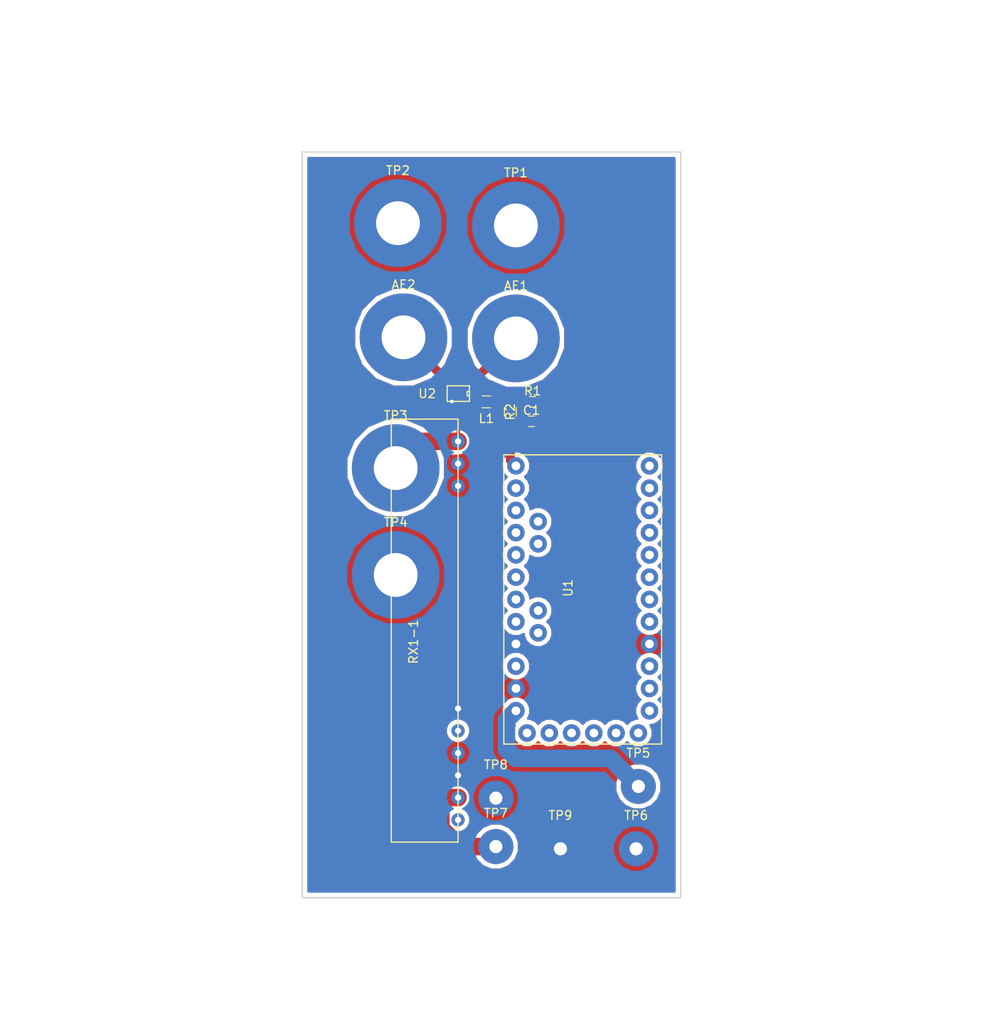
<source format=kicad_pcb>
(kicad_pcb (version 4) (host pcbnew 4.0.7)

  (general
    (links 27)
    (no_connects 3)
    (area 79.8195 42.3545 193.929001 159.194501)
    (thickness 1.6)
    (drawings 7)
    (tracks 41)
    (zones 0)
    (modules 18)
    (nets 42)
  )

  (page A)
  (layers
    (0 F.Cu signal)
    (31 B.Cu signal)
    (32 B.Adhes user)
    (33 F.Adhes user)
    (34 B.Paste user)
    (35 F.Paste user)
    (36 B.SilkS user)
    (37 F.SilkS user)
    (38 B.Mask user)
    (39 F.Mask user)
    (40 Dwgs.User user)
    (41 Cmts.User user)
    (42 Eco1.User user)
    (43 Eco2.User user)
    (44 Edge.Cuts user)
    (45 Margin user)
    (46 B.CrtYd user)
    (47 F.CrtYd user)
    (48 B.Fab user)
    (49 F.Fab user)
  )

  (setup
    (last_trace_width 0.25)
    (trace_clearance 0.2)
    (zone_clearance 0.508)
    (zone_45_only no)
    (trace_min 0.2)
    (segment_width 0.2)
    (edge_width 0.15)
    (via_size 0.6)
    (via_drill 0.4)
    (via_min_size 0.4)
    (via_min_drill 0.3)
    (uvia_size 0.3)
    (uvia_drill 0.1)
    (uvias_allowed no)
    (uvia_min_size 0.2)
    (uvia_min_drill 0.1)
    (pcb_text_width 0.3)
    (pcb_text_size 1.5 1.5)
    (mod_edge_width 0.15)
    (mod_text_size 1 1)
    (mod_text_width 0.15)
    (pad_size 1.524 1.524)
    (pad_drill 0.762)
    (pad_to_mask_clearance 0.2)
    (aux_axis_origin 0 0)
    (visible_elements 7FFFFFFF)
    (pcbplotparams
      (layerselection 0x01000_80000001)
      (usegerberextensions false)
      (excludeedgelayer true)
      (linewidth 0.100000)
      (plotframeref false)
      (viasonmask false)
      (mode 1)
      (useauxorigin false)
      (hpglpennumber 1)
      (hpglpenspeed 20)
      (hpglpendiameter 15)
      (hpglpenoverlay 2)
      (psnegative false)
      (psa4output false)
      (plotreference true)
      (plotvalue true)
      (plotinvisibletext false)
      (padsonsilk false)
      (subtractmaskfromsilk false)
      (outputformat 1)
      (mirror false)
      (drillshape 0)
      (scaleselection 1)
      (outputdirectory ../Plots/))
  )

  (net 0 "")
  (net 1 /RF_Right)
  (net 2 /RF_Left)
  (net 3 /Control/RF_CLK)
  (net 4 GND)
  (net 5 "Net-(L1-Pad1)")
  (net 6 "Net-(L1-Pad2)")
  (net 7 /RF_Switched)
  (net 8 +3V3)
  (net 9 "Net-(RX1-1-Pad5)")
  (net 10 "Net-(RX1-1-Pad8)")
  (net 11 "Net-(RX1-1-Pad9)")
  (net 12 "Net-(TP5-Pad1)")
  (net 13 "Net-(U1-Pad1)")
  (net 14 "Net-(U1-Pad2)")
  (net 15 "Net-(U1-Pad3)")
  (net 16 "Net-(U1-Pad5)")
  (net 17 "Net-(U1-Pad6)")
  (net 18 "Net-(U1-Pad7)")
  (net 19 "Net-(U1-Pad8)")
  (net 20 "Net-(U1-Pad9)")
  (net 21 "Net-(U1-Pad10)")
  (net 22 "Net-(U1-Pad11)")
  (net 23 "Net-(U1-Pad12)")
  (net 24 "Net-(U1-Pad14)")
  (net 25 "Net-(U1-Pad15)")
  (net 26 "Net-(U1-Pad16)")
  (net 27 "Net-(U1-Pad17)")
  (net 28 "Net-(U1-Pad18)")
  (net 29 "Net-(U1-Pad19)")
  (net 30 "Net-(U1-Pad20)")
  (net 31 "Net-(U1-Pad22)")
  (net 32 "Net-(U1-Pad25)")
  (net 33 "Net-(U1-Pad26)")
  (net 34 "Net-(U1-Pad27)")
  (net 35 "Net-(U1-Pad28)")
  (net 36 "Net-(U1-Pad29)")
  (net 37 "Net-(U1-Pad30)")
  (net 38 "Net-(U1-Pad31)")
  (net 39 "Net-(U1-Pad32)")
  (net 40 "Net-(U1-Pad33)")
  (net 41 "Net-(U1-Pad34)")

  (net_class Default "This is the default net class."
    (clearance 0.2)
    (trace_width 0.25)
    (via_dia 0.6)
    (via_drill 0.4)
    (uvia_dia 0.3)
    (uvia_drill 0.1)
    (add_net +3V3)
    (add_net /Control/RF_CLK)
    (add_net /RF_Left)
    (add_net /RF_Right)
    (add_net /RF_Switched)
    (add_net GND)
    (add_net "Net-(L1-Pad1)")
    (add_net "Net-(L1-Pad2)")
    (add_net "Net-(RX1-1-Pad5)")
    (add_net "Net-(RX1-1-Pad8)")
    (add_net "Net-(RX1-1-Pad9)")
    (add_net "Net-(TP5-Pad1)")
    (add_net "Net-(U1-Pad1)")
    (add_net "Net-(U1-Pad10)")
    (add_net "Net-(U1-Pad11)")
    (add_net "Net-(U1-Pad12)")
    (add_net "Net-(U1-Pad14)")
    (add_net "Net-(U1-Pad15)")
    (add_net "Net-(U1-Pad16)")
    (add_net "Net-(U1-Pad17)")
    (add_net "Net-(U1-Pad18)")
    (add_net "Net-(U1-Pad19)")
    (add_net "Net-(U1-Pad2)")
    (add_net "Net-(U1-Pad20)")
    (add_net "Net-(U1-Pad22)")
    (add_net "Net-(U1-Pad25)")
    (add_net "Net-(U1-Pad26)")
    (add_net "Net-(U1-Pad27)")
    (add_net "Net-(U1-Pad28)")
    (add_net "Net-(U1-Pad29)")
    (add_net "Net-(U1-Pad3)")
    (add_net "Net-(U1-Pad30)")
    (add_net "Net-(U1-Pad31)")
    (add_net "Net-(U1-Pad32)")
    (add_net "Net-(U1-Pad33)")
    (add_net "Net-(U1-Pad34)")
    (add_net "Net-(U1-Pad5)")
    (add_net "Net-(U1-Pad6)")
    (add_net "Net-(U1-Pad7)")
    (add_net "Net-(U1-Pad8)")
    (add_net "Net-(U1-Pad9)")
  )

  (module Mounting_Holes:MountingHole_5mm_Pad (layer F.Cu) (tedit 56D1B4CB) (tstamp 5B119438)
    (at 138.684 80.9625)
    (descr "Mounting Hole 5mm")
    (tags "mounting hole 5mm")
    (path /5B116DE7)
    (attr virtual)
    (fp_text reference AE1 (at 0 -6) (layer F.SilkS)
      (effects (font (size 1 1) (thickness 0.15)))
    )
    (fp_text value Antenna_Right (at 0 6) (layer F.Fab)
      (effects (font (size 1 1) (thickness 0.15)))
    )
    (fp_text user %R (at 0.3 0) (layer F.Fab)
      (effects (font (size 1 1) (thickness 0.15)))
    )
    (fp_circle (center 0 0) (end 5 0) (layer Cmts.User) (width 0.15))
    (fp_circle (center 0 0) (end 5.25 0) (layer F.CrtYd) (width 0.05))
    (pad 1 thru_hole circle (at 0 0) (size 10 10) (drill 5) (layers *.Cu *.Mask)
      (net 1 /RF_Right))
  )

  (module Mounting_Holes:MountingHole_5mm_Pad (layer F.Cu) (tedit 56D1B4CB) (tstamp 5B11943D)
    (at 125.857 80.8355)
    (descr "Mounting Hole 5mm")
    (tags "mounting hole 5mm")
    (path /5B116E1C)
    (attr virtual)
    (fp_text reference AE2 (at 0 -6) (layer F.SilkS)
      (effects (font (size 1 1) (thickness 0.15)))
    )
    (fp_text value Antenna_Left (at 0 6) (layer F.Fab)
      (effects (font (size 1 1) (thickness 0.15)))
    )
    (fp_text user %R (at 0.3 0) (layer F.Fab)
      (effects (font (size 1 1) (thickness 0.15)))
    )
    (fp_circle (center 0 0) (end 5 0) (layer Cmts.User) (width 0.15))
    (fp_circle (center 0 0) (end 5.25 0) (layer F.CrtYd) (width 0.05))
    (pad 1 thru_hole circle (at 0 0) (size 10 10) (drill 5) (layers *.Cu *.Mask)
      (net 2 /RF_Left))
  )

  (module Capacitors_SMD:C_0603_HandSoldering (layer F.Cu) (tedit 58AA848B) (tstamp 5B119443)
    (at 140.462 90.424)
    (descr "Capacitor SMD 0603, hand soldering")
    (tags "capacitor 0603")
    (path /5B116A04/5B118A86)
    (attr smd)
    (fp_text reference C1 (at 0 -1.25) (layer F.SilkS)
      (effects (font (size 1 1) (thickness 0.15)))
    )
    (fp_text value 1nF (at 0 1.5) (layer F.Fab)
      (effects (font (size 1 1) (thickness 0.15)))
    )
    (fp_text user %R (at 0 -1.25) (layer F.Fab)
      (effects (font (size 1 1) (thickness 0.15)))
    )
    (fp_line (start -0.8 0.4) (end -0.8 -0.4) (layer F.Fab) (width 0.1))
    (fp_line (start 0.8 0.4) (end -0.8 0.4) (layer F.Fab) (width 0.1))
    (fp_line (start 0.8 -0.4) (end 0.8 0.4) (layer F.Fab) (width 0.1))
    (fp_line (start -0.8 -0.4) (end 0.8 -0.4) (layer F.Fab) (width 0.1))
    (fp_line (start -0.35 -0.6) (end 0.35 -0.6) (layer F.SilkS) (width 0.12))
    (fp_line (start 0.35 0.6) (end -0.35 0.6) (layer F.SilkS) (width 0.12))
    (fp_line (start -1.8 -0.65) (end 1.8 -0.65) (layer F.CrtYd) (width 0.05))
    (fp_line (start -1.8 -0.65) (end -1.8 0.65) (layer F.CrtYd) (width 0.05))
    (fp_line (start 1.8 0.65) (end 1.8 -0.65) (layer F.CrtYd) (width 0.05))
    (fp_line (start 1.8 0.65) (end -1.8 0.65) (layer F.CrtYd) (width 0.05))
    (pad 1 smd rect (at -0.95 0) (size 1.2 0.75) (layers F.Cu F.Paste F.Mask)
      (net 3 /Control/RF_CLK))
    (pad 2 smd rect (at 0.95 0) (size 1.2 0.75) (layers F.Cu F.Paste F.Mask)
      (net 4 GND))
    (model Capacitors_SMD.3dshapes/C_0603.wrl
      (at (xyz 0 0 0))
      (scale (xyz 1 1 1))
      (rotate (xyz 0 0 0))
    )
  )

  (module Inductors_SMD:L_0603_HandSoldering (layer F.Cu) (tedit 58307AEF) (tstamp 5B119449)
    (at 135.3185 88.2015 180)
    (descr "Resistor SMD 0603, hand soldering")
    (tags "resistor 0603")
    (path /5B116A04/5B118983)
    (attr smd)
    (fp_text reference L1 (at 0 -1.9 180) (layer F.SilkS)
      (effects (font (size 1 1) (thickness 0.15)))
    )
    (fp_text value 1.2uH (at 0 1.9 180) (layer F.Fab)
      (effects (font (size 1 1) (thickness 0.15)))
    )
    (fp_text user %R (at 0.17 0 180) (layer F.Fab)
      (effects (font (size 0.4 0.4) (thickness 0.075)))
    )
    (fp_line (start -0.8 0.4) (end -0.8 -0.4) (layer F.Fab) (width 0.1))
    (fp_line (start 0.8 0.4) (end -0.8 0.4) (layer F.Fab) (width 0.1))
    (fp_line (start 0.8 -0.4) (end 0.8 0.4) (layer F.Fab) (width 0.1))
    (fp_line (start -0.8 -0.4) (end 0.8 -0.4) (layer F.Fab) (width 0.1))
    (fp_line (start -2 -0.8) (end 2 -0.8) (layer F.CrtYd) (width 0.05))
    (fp_line (start -2 0.8) (end 2 0.8) (layer F.CrtYd) (width 0.05))
    (fp_line (start -2 -0.8) (end -2 0.8) (layer F.CrtYd) (width 0.05))
    (fp_line (start 2 -0.8) (end 2 0.8) (layer F.CrtYd) (width 0.05))
    (fp_line (start 0.5 0.68) (end -0.5 0.68) (layer F.SilkS) (width 0.12))
    (fp_line (start -0.5 -0.68) (end 0.5 -0.68) (layer F.SilkS) (width 0.12))
    (pad 1 smd rect (at -1.1 0 180) (size 1.2 0.9) (layers F.Cu F.Paste F.Mask)
      (net 5 "Net-(L1-Pad1)"))
    (pad 2 smd rect (at 1.1 0 180) (size 1.2 0.9) (layers F.Cu F.Paste F.Mask)
      (net 6 "Net-(L1-Pad2)"))
    (model ${KISYS3DMOD}/Inductors_SMD.3dshapes/L_0603.wrl
      (at (xyz 0 0 0))
      (scale (xyz 1 1 1))
      (rotate (xyz 0 0 0))
    )
  )

  (module Capacitors_SMD:C_0603_HandSoldering (layer F.Cu) (tedit 58AA848B) (tstamp 5B11944F)
    (at 140.589 88.2015)
    (descr "Capacitor SMD 0603, hand soldering")
    (tags "capacitor 0603")
    (path /5B116A04/5B118A00)
    (attr smd)
    (fp_text reference R1 (at 0 -1.25) (layer F.SilkS)
      (effects (font (size 1 1) (thickness 0.15)))
    )
    (fp_text value 22k (at 0 1.5) (layer F.Fab)
      (effects (font (size 1 1) (thickness 0.15)))
    )
    (fp_text user %R (at 0 -1.25) (layer F.Fab)
      (effects (font (size 1 1) (thickness 0.15)))
    )
    (fp_line (start -0.8 0.4) (end -0.8 -0.4) (layer F.Fab) (width 0.1))
    (fp_line (start 0.8 0.4) (end -0.8 0.4) (layer F.Fab) (width 0.1))
    (fp_line (start 0.8 -0.4) (end 0.8 0.4) (layer F.Fab) (width 0.1))
    (fp_line (start -0.8 -0.4) (end 0.8 -0.4) (layer F.Fab) (width 0.1))
    (fp_line (start -0.35 -0.6) (end 0.35 -0.6) (layer F.SilkS) (width 0.12))
    (fp_line (start 0.35 0.6) (end -0.35 0.6) (layer F.SilkS) (width 0.12))
    (fp_line (start -1.8 -0.65) (end 1.8 -0.65) (layer F.CrtYd) (width 0.05))
    (fp_line (start -1.8 -0.65) (end -1.8 0.65) (layer F.CrtYd) (width 0.05))
    (fp_line (start 1.8 0.65) (end 1.8 -0.65) (layer F.CrtYd) (width 0.05))
    (fp_line (start 1.8 0.65) (end -1.8 0.65) (layer F.CrtYd) (width 0.05))
    (pad 1 smd rect (at -0.95 0) (size 1.2 0.75) (layers F.Cu F.Paste F.Mask)
      (net 5 "Net-(L1-Pad1)"))
    (pad 2 smd rect (at 0.95 0) (size 1.2 0.75) (layers F.Cu F.Paste F.Mask)
      (net 4 GND))
    (model Capacitors_SMD.3dshapes/C_0603.wrl
      (at (xyz 0 0 0))
      (scale (xyz 1 1 1))
      (rotate (xyz 0 0 0))
    )
  )

  (module Resistors_SMD:R_0603_HandSoldering (layer F.Cu) (tedit 58E0A804) (tstamp 5B119455)
    (at 138.049 89.3445 90)
    (descr "Resistor SMD 0603, hand soldering")
    (tags "resistor 0603")
    (path /5B116A04/5B118A39)
    (attr smd)
    (fp_text reference R2 (at 0 0 90) (layer F.SilkS)
      (effects (font (size 1 1) (thickness 0.15)))
    )
    (fp_text value 470 (at 0 1.55 90) (layer F.Fab)
      (effects (font (size 1 1) (thickness 0.15)))
    )
    (fp_text user %R (at 0 0 90) (layer F.Fab)
      (effects (font (size 0.4 0.4) (thickness 0.075)))
    )
    (fp_line (start -0.8 0.4) (end -0.8 -0.4) (layer F.Fab) (width 0.1))
    (fp_line (start 0.8 0.4) (end -0.8 0.4) (layer F.Fab) (width 0.1))
    (fp_line (start 0.8 -0.4) (end 0.8 0.4) (layer F.Fab) (width 0.1))
    (fp_line (start -0.8 -0.4) (end 0.8 -0.4) (layer F.Fab) (width 0.1))
    (fp_line (start 0.5 0.68) (end -0.5 0.68) (layer F.SilkS) (width 0.12))
    (fp_line (start -0.5 -0.68) (end 0.5 -0.68) (layer F.SilkS) (width 0.12))
    (fp_line (start -1.96 -0.7) (end 1.95 -0.7) (layer F.CrtYd) (width 0.05))
    (fp_line (start -1.96 -0.7) (end -1.96 0.7) (layer F.CrtYd) (width 0.05))
    (fp_line (start 1.95 0.7) (end 1.95 -0.7) (layer F.CrtYd) (width 0.05))
    (fp_line (start 1.95 0.7) (end -1.96 0.7) (layer F.CrtYd) (width 0.05))
    (pad 1 smd rect (at -1.1 0 90) (size 1.2 0.9) (layers F.Cu F.Paste F.Mask)
      (net 3 /Control/RF_CLK))
    (pad 2 smd rect (at 1.1 0 90) (size 1.2 0.9) (layers F.Cu F.Paste F.Mask)
      (net 5 "Net-(L1-Pad1)"))
    (model ${KISYS3DMOD}/Resistors_SMD.3dshapes/R_0603.wrl
      (at (xyz 0 0 0))
      (scale (xyz 1 1 1))
      (rotate (xyz 0 0 0))
    )
  )

  (module "HHDF Library:Radiometrix_Through" (layer F.Cu) (tedit 5B1192D3) (tstamp 5B119466)
    (at 137.16 115.57 270)
    (path /5B116AB4/5B118F06)
    (fp_text reference RX1-1 (at 0 10.16 270) (layer F.SilkS)
      (effects (font (size 1 1) (thickness 0.15)))
    )
    (fp_text value Radiometrix_Receiver (at -2.4511 7.62 270) (layer F.Fab)
      (effects (font (size 1 1) (thickness 0.15)))
    )
    (fp_line (start -25.4 5.08) (end -25.4 12.7) (layer F.SilkS) (width 0.15))
    (fp_line (start -25.4 12.7) (end 22.86 12.7) (layer F.SilkS) (width 0.15))
    (fp_line (start 22.86 12.7) (end 22.86 5.08) (layer F.SilkS) (width 0.15))
    (fp_line (start 22.86 5.08) (end -25.4 5.08) (layer F.SilkS) (width 0.15))
    (pad 1 thru_hole circle (at -22.86 5.08 270) (size 1.524 1.524) (drill 0.7) (layers *.Cu *.Mask)
      (net 7 /RF_Switched))
    (pad 2 thru_hole circle (at -20.32 5.08 270) (size 1.524 1.524) (drill 0.7) (layers *.Cu *.Mask)
      (net 4 GND))
    (pad 3 thru_hole circle (at -17.78 5.08 270) (size 1.524 1.524) (drill 0.7) (layers *.Cu *.Mask)
      (net 4 GND))
    (pad 4 thru_hole circle (at 7.62 5.08 270) (size 1.524 1.524) (drill 0.7) (layers *.Cu *.Mask)
      (net 8 +3V3))
    (pad 5 thru_hole circle (at 10.16 5.08 270) (size 1.524 1.524) (drill 0.7) (layers *.Cu *.Mask)
      (net 9 "Net-(RX1-1-Pad5)"))
    (pad 6 thru_hole circle (at 12.7 5.08 270) (size 1.524 1.524) (drill 0.7) (layers *.Cu *.Mask)
      (net 4 GND))
    (pad 7 thru_hole circle (at 15.24 5.08 270) (size 1.524 1.524) (drill 0.7) (layers *.Cu *.Mask)
      (net 8 +3V3))
    (pad 8 thru_hole circle (at 17.78 5.08 270) (size 1.524 1.524) (drill 0.7) (layers *.Cu *.Mask)
      (net 10 "Net-(RX1-1-Pad8)"))
    (pad 9 thru_hole circle (at 20.32 5.08 270) (size 1.524 1.524) (drill 0.7) (layers *.Cu *.Mask)
      (net 11 "Net-(RX1-1-Pad9)"))
  )

  (module Mounting_Holes:MountingHole_5mm_Pad (layer F.Cu) (tedit 56D1B4CB) (tstamp 5B11946B)
    (at 138.684 68.072)
    (descr "Mounting Hole 5mm")
    (tags "mounting hole 5mm")
    (path /5B11705C)
    (attr virtual)
    (fp_text reference TP1 (at 0 -6) (layer F.SilkS)
      (effects (font (size 1 1) (thickness 0.15)))
    )
    (fp_text value Antenna_Right_GND (at 0 6) (layer F.Fab)
      (effects (font (size 1 1) (thickness 0.15)))
    )
    (fp_text user %R (at 0.3 0) (layer F.Fab)
      (effects (font (size 1 1) (thickness 0.15)))
    )
    (fp_circle (center 0 0) (end 5 0) (layer Cmts.User) (width 0.15))
    (fp_circle (center 0 0) (end 5.25 0) (layer F.CrtYd) (width 0.05))
    (pad 1 thru_hole circle (at 0 0) (size 10 10) (drill 5) (layers *.Cu *.Mask)
      (net 4 GND))
  )

  (module Mounting_Holes:MountingHole_5mm_Pad (layer F.Cu) (tedit 56D1B4CB) (tstamp 5B119470)
    (at 125.222 67.818)
    (descr "Mounting Hole 5mm")
    (tags "mounting hole 5mm")
    (path /5B116F21)
    (attr virtual)
    (fp_text reference TP2 (at 0 -6) (layer F.SilkS)
      (effects (font (size 1 1) (thickness 0.15)))
    )
    (fp_text value Antenna_Left_GND (at 0 6) (layer F.Fab)
      (effects (font (size 1 1) (thickness 0.15)))
    )
    (fp_text user %R (at 0.3 0) (layer F.Fab)
      (effects (font (size 1 1) (thickness 0.15)))
    )
    (fp_circle (center 0 0) (end 5 0) (layer Cmts.User) (width 0.15))
    (fp_circle (center 0 0) (end 5.25 0) (layer F.CrtYd) (width 0.05))
    (pad 1 thru_hole circle (at 0 0) (size 10 10) (drill 5) (layers *.Cu *.Mask)
      (net 4 GND))
  )

  (module Mounting_Holes:MountingHole_5mm_Pad (layer F.Cu) (tedit 56D1B4CB) (tstamp 5B119475)
    (at 124.968 95.758)
    (descr "Mounting Hole 5mm")
    (tags "mounting hole 5mm")
    (path /5B116A04/5B119641)
    (attr virtual)
    (fp_text reference TP3 (at 0 -6) (layer F.SilkS)
      (effects (font (size 1 1) (thickness 0.15)))
    )
    (fp_text value RF_OUT (at 0 6) (layer F.Fab)
      (effects (font (size 1 1) (thickness 0.15)))
    )
    (fp_text user %R (at 0.3 0) (layer F.Fab)
      (effects (font (size 1 1) (thickness 0.15)))
    )
    (fp_circle (center 0 0) (end 5 0) (layer Cmts.User) (width 0.15))
    (fp_circle (center 0 0) (end 5.25 0) (layer F.CrtYd) (width 0.05))
    (pad 1 thru_hole circle (at 0 0) (size 10 10) (drill 5) (layers *.Cu *.Mask)
      (net 7 /RF_Switched))
  )

  (module Mounting_Holes:MountingHole_5mm_Pad (layer F.Cu) (tedit 56D1B4CB) (tstamp 5B11947A)
    (at 124.968 107.95)
    (descr "Mounting Hole 5mm")
    (tags "mounting hole 5mm")
    (path /5B116A04/5B11967E)
    (attr virtual)
    (fp_text reference TP4 (at 0 -6) (layer F.SilkS)
      (effects (font (size 1 1) (thickness 0.15)))
    )
    (fp_text value RF_GND (at 0 6) (layer F.Fab)
      (effects (font (size 1 1) (thickness 0.15)))
    )
    (fp_text user %R (at 0.3 0) (layer F.Fab)
      (effects (font (size 1 1) (thickness 0.15)))
    )
    (fp_circle (center 0 0) (end 5 0) (layer Cmts.User) (width 0.15))
    (fp_circle (center 0 0) (end 5.25 0) (layer F.CrtYd) (width 0.05))
    (pad 1 thru_hole circle (at 0 0) (size 10 10) (drill 5) (layers *.Cu *.Mask)
      (net 4 GND))
  )

  (module Wire_Pads:SolderWirePad_single_1-5mmDrill (layer F.Cu) (tedit 0) (tstamp 5B11947F)
    (at 152.654 132.08)
    (path /5B116A04/5B118778)
    (fp_text reference TP5 (at 0 -3.81) (layer F.SilkS)
      (effects (font (size 1 1) (thickness 0.15)))
    )
    (fp_text value Batt+ (at -0.635 3.81) (layer F.Fab)
      (effects (font (size 1 1) (thickness 0.15)))
    )
    (pad 1 thru_hole circle (at 0 0) (size 4.0005 4.0005) (drill 1.50114) (layers *.Cu *.Mask)
      (net 12 "Net-(TP5-Pad1)"))
  )

  (module Wire_Pads:SolderWirePad_single_1-5mmDrill (layer F.Cu) (tedit 0) (tstamp 5B119484)
    (at 152.4 139.192)
    (path /5B116A04/5B1187A5)
    (fp_text reference TP6 (at 0 -3.81) (layer F.SilkS)
      (effects (font (size 1 1) (thickness 0.15)))
    )
    (fp_text value Batt- (at -0.635 3.81) (layer F.Fab)
      (effects (font (size 1 1) (thickness 0.15)))
    )
    (pad 1 thru_hole circle (at 0 0) (size 4.0005 4.0005) (drill 1.50114) (layers *.Cu *.Mask)
      (net 4 GND))
  )

  (module Wire_Pads:SolderWirePad_single_1-5mmDrill (layer F.Cu) (tedit 0) (tstamp 5B119489)
    (at 136.398 138.938)
    (path /5B116AB4/5B119157)
    (fp_text reference TP7 (at 0 -3.81) (layer F.SilkS)
      (effects (font (size 1 1) (thickness 0.15)))
    )
    (fp_text value "Audio Out" (at -0.635 3.81) (layer F.Fab)
      (effects (font (size 1 1) (thickness 0.15)))
    )
    (pad 1 thru_hole circle (at 0 0) (size 4.0005 4.0005) (drill 1.50114) (layers *.Cu *.Mask)
      (net 10 "Net-(RX1-1-Pad8)"))
  )

  (module Wire_Pads:SolderWirePad_single_1-5mmDrill (layer F.Cu) (tedit 0) (tstamp 5B11948E)
    (at 136.398 133.4135)
    (path /5B116AB4/5B1191DD)
    (fp_text reference TP8 (at 0 -3.81) (layer F.SilkS)
      (effects (font (size 1 1) (thickness 0.15)))
    )
    (fp_text value "Audio GND" (at -0.635 3.81) (layer F.Fab)
      (effects (font (size 1 1) (thickness 0.15)))
    )
    (pad 1 thru_hole circle (at 0 0) (size 4.0005 4.0005) (drill 1.50114) (layers *.Cu *.Mask)
      (net 4 GND))
  )

  (module Wire_Pads:SolderWirePad_single_1-5mmDrill (layer F.Cu) (tedit 0) (tstamp 5B119493)
    (at 143.764 139.192)
    (path /5B116AB4/5B1191AE)
    (fp_text reference TP9 (at 0 -3.81) (layer F.SilkS)
      (effects (font (size 1 1) (thickness 0.15)))
    )
    (fp_text value "Audio Vcc" (at -0.635 3.81) (layer F.Fab)
      (effects (font (size 1 1) (thickness 0.15)))
    )
    (pad 1 thru_hole circle (at 0 0) (size 4.0005 4.0005) (drill 1.50114) (layers *.Cu *.Mask)
      (net 8 +3V3))
  )

  (module "HHDF Library:ArduinoProMini" (layer F.Cu) (tedit 59820C6F) (tstamp 5B1194B9)
    (at 146.224 109.444 180)
    (path /5B116A04/5B1180C3)
    (fp_text reference U1 (at 1.6 0 270) (layer F.SilkS)
      (effects (font (size 1 1) (thickness 0.15)))
    )
    (fp_text value ArduinoProMini (at -0.588 -0.284 270) (layer F.Fab)
      (effects (font (size 1 1) (thickness 0.15)))
    )
    (fp_line (start -9.08 -17.8) (end 8.92 -17.8) (layer F.SilkS) (width 0.15))
    (fp_line (start 8.92 -17.8) (end 8.92 15.2) (layer F.SilkS) (width 0.15))
    (fp_line (start -9.08 15.2) (end 8.92 15.2) (layer F.SilkS) (width 0.15))
    (fp_line (start -9.08 15.2) (end -9.08 -17.8) (layer F.SilkS) (width 0.15))
    (pad 1 thru_hole circle (at -7.7 -14 180) (size 2 2) (drill 1) (layers *.Cu *.Mask)
      (net 13 "Net-(U1-Pad1)"))
    (pad 2 thru_hole circle (at -7.7 -11.46 180) (size 2 2) (drill 1) (layers *.Cu *.Mask)
      (net 14 "Net-(U1-Pad2)"))
    (pad 3 thru_hole circle (at -7.7 -8.92 180) (size 2 2) (drill 1) (layers *.Cu *.Mask)
      (net 15 "Net-(U1-Pad3)"))
    (pad 4 thru_hole circle (at -7.7 -6.38 180) (size 2 2) (drill 1) (layers *.Cu *.Mask)
      (net 4 GND))
    (pad 5 thru_hole circle (at -7.7 -3.84 180) (size 2 2) (drill 1) (layers *.Cu *.Mask)
      (net 16 "Net-(U1-Pad5)"))
    (pad 6 thru_hole circle (at -7.7 -1.3 180) (size 2 2) (drill 1) (layers *.Cu *.Mask)
      (net 17 "Net-(U1-Pad6)"))
    (pad 7 thru_hole circle (at -7.7 1.24 180) (size 2 2) (drill 1) (layers *.Cu *.Mask)
      (net 18 "Net-(U1-Pad7)"))
    (pad 8 thru_hole circle (at -7.7 3.78 180) (size 2 2) (drill 1) (layers *.Cu *.Mask)
      (net 19 "Net-(U1-Pad8)"))
    (pad 9 thru_hole circle (at -7.7 6.32 180) (size 2 2) (drill 1) (layers *.Cu *.Mask)
      (net 20 "Net-(U1-Pad9)"))
    (pad 10 thru_hole circle (at -7.7 8.86 180) (size 2 2) (drill 1) (layers *.Cu *.Mask)
      (net 21 "Net-(U1-Pad10)"))
    (pad 11 thru_hole circle (at -7.7 11.4 180) (size 2 2) (drill 1) (layers *.Cu *.Mask)
      (net 22 "Net-(U1-Pad11)"))
    (pad 12 thru_hole circle (at -7.7 13.94 180) (size 2 2) (drill 1) (layers *.Cu *.Mask)
      (net 23 "Net-(U1-Pad12)"))
    (pad 13 thru_hole circle (at 7.54 13.94 180) (size 2 2) (drill 1) (layers *.Cu *.Mask)
      (net 3 /Control/RF_CLK))
    (pad 14 thru_hole circle (at 7.54 11.4 180) (size 2 2) (drill 1) (layers *.Cu *.Mask)
      (net 24 "Net-(U1-Pad14)"))
    (pad 15 thru_hole circle (at 7.54 8.86 180) (size 2 2) (drill 1) (layers *.Cu *.Mask)
      (net 25 "Net-(U1-Pad15)"))
    (pad 16 thru_hole circle (at 7.54 6.32 180) (size 2 2) (drill 1) (layers *.Cu *.Mask)
      (net 26 "Net-(U1-Pad16)"))
    (pad 17 thru_hole circle (at 7.54 3.78 180) (size 2 2) (drill 1) (layers *.Cu *.Mask)
      (net 27 "Net-(U1-Pad17)"))
    (pad 18 thru_hole circle (at 7.54 1.24 180) (size 2 2) (drill 1) (layers *.Cu *.Mask)
      (net 28 "Net-(U1-Pad18)"))
    (pad 19 thru_hole circle (at 7.54 -1.3 180) (size 2 2) (drill 1) (layers *.Cu *.Mask)
      (net 29 "Net-(U1-Pad19)"))
    (pad 20 thru_hole circle (at 7.54 -3.84 180) (size 2 2) (drill 1) (layers *.Cu *.Mask)
      (net 30 "Net-(U1-Pad20)"))
    (pad 21 thru_hole circle (at 7.54 -6.38 180) (size 2 2) (drill 1) (layers *.Cu *.Mask)
      (net 8 +3V3))
    (pad 22 thru_hole circle (at 7.54 -8.92 180) (size 2 2) (drill 1) (layers *.Cu *.Mask)
      (net 31 "Net-(U1-Pad22)"))
    (pad 23 thru_hole circle (at 7.54 -11.46 180) (size 2 2) (drill 1) (layers *.Cu *.Mask)
      (net 4 GND))
    (pad 24 thru_hole circle (at 7.54 -14 180) (size 2 2) (drill 1) (layers *.Cu *.Mask)
      (net 12 "Net-(TP5-Pad1)"))
    (pad 25 thru_hole circle (at 6.27 -16.54 180) (size 2 2) (drill 1) (layers *.Cu *.Mask)
      (net 32 "Net-(U1-Pad25)"))
    (pad 26 thru_hole circle (at 3.73 -16.54 180) (size 2 2) (drill 1) (layers *.Cu *.Mask)
      (net 33 "Net-(U1-Pad26)"))
    (pad 27 thru_hole circle (at 1.19 -16.54 180) (size 2 2) (drill 1) (layers *.Cu *.Mask)
      (net 34 "Net-(U1-Pad27)"))
    (pad 28 thru_hole circle (at -1.35 -16.54 180) (size 2 2) (drill 1) (layers *.Cu *.Mask)
      (net 35 "Net-(U1-Pad28)"))
    (pad 29 thru_hole circle (at -3.89 -16.54 180) (size 2 2) (drill 1) (layers *.Cu *.Mask)
      (net 36 "Net-(U1-Pad29)"))
    (pad 30 thru_hole circle (at -6.43 -16.54 180) (size 2 2) (drill 1) (layers *.Cu *.Mask)
      (net 37 "Net-(U1-Pad30)"))
    (pad 31 thru_hole circle (at 5 7.59 180) (size 2 2) (drill 1) (layers *.Cu *.Mask)
      (net 38 "Net-(U1-Pad31)"))
    (pad 32 thru_hole circle (at 5 5.05 180) (size 2 2) (drill 1) (layers *.Cu *.Mask)
      (net 39 "Net-(U1-Pad32)"))
    (pad 33 thru_hole circle (at 5 -2.57 180) (size 2 2) (drill 1) (layers *.Cu *.Mask)
      (net 40 "Net-(U1-Pad33)"))
    (pad 34 thru_hole circle (at 5 -5.11 180) (size 2 2) (drill 1) (layers *.Cu *.Mask)
      (net 41 "Net-(U1-Pad34)"))
  )

  (module "HHDF Library:PE4259" (layer F.Cu) (tedit 5B118B94) (tstamp 5B1194C3)
    (at 132.11 87.26 180)
    (path /5B116A04/5B117CB2)
    (fp_text reference U2 (at 3.556 0 180) (layer F.SilkS)
      (effects (font (size 1 1) (thickness 0.15)))
    )
    (fp_text value PE4259 (at 0 -2.794 180) (layer F.Fab)
      (effects (font (size 1 1) (thickness 0.15)))
    )
    (fp_line (start -1.016 0.254) (end -1.27 0.254) (layer F.SilkS) (width 0.15))
    (fp_line (start -1.016 -0.254) (end -1.016 0.254) (layer F.SilkS) (width 0.15))
    (fp_line (start -1.27 -0.254) (end -1.016 -0.254) (layer F.SilkS) (width 0.15))
    (fp_line (start 1.27 0.889) (end 1.27 -0.889) (layer F.SilkS) (width 0.15))
    (fp_line (start -1.27 0.889) (end 1.27 0.889) (layer F.SilkS) (width 0.15))
    (fp_line (start -1.27 -0.889) (end -1.27 0.889) (layer F.SilkS) (width 0.15))
    (fp_line (start 1.27 -0.889) (end -1.27 -0.889) (layer F.SilkS) (width 0.15))
    (pad 1 smd rect (at -0.65 0.9 180) (size 0.47 1) (layers F.Cu F.Paste F.Mask)
      (net 1 /RF_Right))
    (pad 2 smd rect (at 0 0.9 180) (size 0.47 1) (layers F.Cu F.Paste F.Mask)
      (net 4 GND))
    (pad 3 smd rect (at 0.65 0.9 180) (size 0.47 1) (layers F.Cu F.Paste F.Mask)
      (net 2 /RF_Left))
    (pad 5 smd rect (at 0 -0.9 180) (size 0.47 1) (layers F.Cu F.Paste F.Mask)
      (net 7 /RF_Switched))
    (pad 6 smd rect (at 0.65 -0.9 180) (size 0.47 1) (layers F.Cu F.Paste F.Mask)
      (net 8 +3V3))
    (pad 4 smd rect (at -0.65 -0.9 180) (size 0.47 1) (layers F.Cu F.Paste F.Mask)
      (net 6 "Net-(L1-Pad2)"))
  )

  (gr_line (start 114.3 142.24) (end 114.3 144.78) (layer Edge.Cuts) (width 0.15))
  (gr_line (start 157.48 142.24) (end 157.48 144.78) (layer Edge.Cuts) (width 0.15))
  (gr_line (start 114.3 59.69) (end 114.3 60.96) (layer Edge.Cuts) (width 0.15))
  (gr_line (start 157.48 59.69) (end 114.3 59.69) (layer Edge.Cuts) (width 0.15))
  (gr_line (start 157.48 142.24) (end 157.48 59.69) (layer Edge.Cuts) (width 0.15))
  (gr_line (start 114.3 144.78) (end 157.48 144.78) (layer Edge.Cuts) (width 0.15))
  (gr_line (start 114.3 60.96) (end 114.3 142.24) (layer Edge.Cuts) (width 0.15))

  (segment (start 138.684 80.9625) (end 133.684001 85.962499) (width 1) (layer F.Cu) (net 1))
  (segment (start 133.684001 85.962499) (end 133.303001 85.962499) (width 1) (layer F.Cu) (net 1))
  (segment (start 133.303001 85.962499) (end 133.045001 86.220499) (width 1) (layer F.Cu) (net 1))
  (segment (start 133.045001 86.220499) (end 133.045001 86.36) (width 1) (layer F.Cu) (net 1))
  (segment (start 125.857 80.8355) (end 130.856999 85.835499) (width 1) (layer F.Cu) (net 2))
  (segment (start 130.856999 85.835499) (end 130.983999 85.835499) (width 1) (layer F.Cu) (net 2))
  (segment (start 130.983999 85.835499) (end 131.174999 86.026499) (width 1) (layer F.Cu) (net 2))
  (segment (start 131.174999 86.026499) (end 131.174999 86.36) (width 1) (layer F.Cu) (net 2))
  (segment (start 138.049 90.4445) (end 138.049 94.869) (width 1) (layer F.Cu) (net 3))
  (segment (start 138.049 94.869) (end 138.684 95.504) (width 1) (layer F.Cu) (net 3))
  (segment (start 138.049 90.4445) (end 139.4915 90.4445) (width 1) (layer F.Cu) (net 3))
  (segment (start 139.4915 90.4445) (end 139.512 90.424) (width 1) (layer F.Cu) (net 3))
  (segment (start 138.43 95.25) (end 138.684 95.504) (width 0.25) (layer F.Cu) (net 3) (status 30))
  (segment (start 132.3975 84.5185) (end 132.7785 84.1375) (width 0.4) (layer F.Cu) (net 4))
  (segment (start 132.3975 85.1725) (end 132.3975 84.5185) (width 0.4) (layer F.Cu) (net 4))
  (segment (start 132.11 86.36) (end 132.11 85.46) (width 0.4) (layer F.Cu) (net 4))
  (segment (start 132.11 85.46) (end 132.3975 85.1725) (width 0.4) (layer F.Cu) (net 4))
  (segment (start 138.049 88.2445) (end 139.596 88.2445) (width 1) (layer F.Cu) (net 5))
  (segment (start 139.596 88.2445) (end 139.639 88.2015) (width 1) (layer F.Cu) (net 5))
  (segment (start 136.4185 88.2015) (end 138.006 88.2015) (width 1) (layer F.Cu) (net 5))
  (segment (start 138.006 88.2015) (end 138.049 88.2445) (width 1) (layer F.Cu) (net 5))
  (segment (start 134.2185 88.2015) (end 133.096 88.2015) (width 1) (layer F.Cu) (net 6))
  (segment (start 133.096 88.2015) (end 133.0545 88.16) (width 1) (layer F.Cu) (net 6))
  (segment (start 133.0545 88.16) (end 133.045001 88.16) (width 1) (layer F.Cu) (net 6))
  (segment (start 132.08 92.71) (end 128.016 92.71) (width 2) (layer F.Cu) (net 7))
  (segment (start 128.016 92.71) (end 124.968 95.758) (width 2) (layer F.Cu) (net 7))
  (segment (start 132.11 88.16) (end 132.11 92.68) (width 0.4) (layer F.Cu) (net 7) (status 30))
  (segment (start 132.11 92.68) (end 132.08 92.71) (width 0.4) (layer F.Cu) (net 7) (status 30))
  (segment (start 131.46 88.16) (end 131.374998 88.16) (width 0.25) (layer F.Cu) (net 8))
  (via (at 131.374998 88.16) (size 0.6) (drill 0.4) (layers F.Cu B.Cu) (net 8))
  (segment (start 132.08 133.35) (end 131.00237 133.35) (width 2) (layer F.Cu) (net 10))
  (segment (start 131.00237 133.35) (end 130.117999 134.234371) (width 2) (layer F.Cu) (net 10))
  (segment (start 130.117999 134.234371) (end 130.117999 136.831761) (width 2) (layer F.Cu) (net 10))
  (segment (start 130.117999 136.831761) (end 132.224238 138.938) (width 2) (layer F.Cu) (net 10))
  (segment (start 132.224238 138.938) (end 133.56922 138.938) (width 2) (layer F.Cu) (net 10))
  (segment (start 133.56922 138.938) (end 136.398 138.938) (width 2) (layer F.Cu) (net 10))
  (segment (start 138.684 123.444) (end 137.6045 124.5235) (width 2) (layer B.Cu) (net 12) (status 10))
  (segment (start 138.658749 128.879749) (end 149.453749 128.879749) (width 2) (layer B.Cu) (net 12))
  (segment (start 137.6045 124.5235) (end 137.6045 127.8255) (width 2) (layer B.Cu) (net 12))
  (segment (start 137.6045 127.8255) (end 138.658749 128.879749) (width 2) (layer B.Cu) (net 12))
  (segment (start 149.453749 128.879749) (end 152.654 132.08) (width 2) (layer B.Cu) (net 12) (status 20))

  (zone (net 4) (net_name GND) (layer F.Cu) (tstamp 0) (hatch edge 0.508)
    (connect_pads yes (clearance 0.508))
    (min_thickness 0.254)
    (fill yes (arc_segments 16) (thermal_gap 0.508) (thermal_bridge_width 0.508))
    (polygon
      (pts
        (xy 83.82 44.45) (xy 85.09 154.94) (xy 187.96 153.67) (xy 189.23 44.45)
      )
    )
    (filled_polygon
      (pts
        (xy 156.77 144.07) (xy 115.01 144.07) (xy 115.01 134.234371) (xy 128.482998 134.234371) (xy 128.482999 134.234376)
        (xy 128.482999 136.831756) (xy 128.482998 136.831761) (xy 128.607456 137.457449) (xy 128.961879 137.987881) (xy 131.068116 140.094117)
        (xy 131.068118 140.09412) (xy 131.333335 140.271332) (xy 131.59855 140.448543) (xy 132.224238 140.573001) (xy 132.224243 140.573)
        (xy 134.306591 140.573) (xy 134.903302 141.170754) (xy 135.871517 141.572792) (xy 136.919884 141.573707) (xy 137.888799 141.173359)
        (xy 138.630754 140.432698) (xy 138.929231 139.713884) (xy 141.128293 139.713884) (xy 141.528641 140.682799) (xy 142.269302 141.424754)
        (xy 143.237517 141.826792) (xy 144.285884 141.827707) (xy 145.254799 141.427359) (xy 145.996754 140.686698) (xy 146.398792 139.718483)
        (xy 146.399707 138.670116) (xy 145.999359 137.701201) (xy 145.258698 136.959246) (xy 144.290483 136.557208) (xy 143.242116 136.556293)
        (xy 142.273201 136.956641) (xy 141.531246 137.697302) (xy 141.129208 138.665517) (xy 141.128293 139.713884) (xy 138.929231 139.713884)
        (xy 139.032792 139.464483) (xy 139.033707 138.416116) (xy 138.633359 137.447201) (xy 137.892698 136.705246) (xy 136.924483 136.303208)
        (xy 135.876116 136.302293) (xy 134.907201 136.702641) (xy 134.305793 137.303) (xy 132.901477 137.303) (xy 132.731033 137.132555)
        (xy 132.870303 137.07501) (xy 133.263629 136.68237) (xy 133.476757 136.1691) (xy 133.477242 135.613339) (xy 133.26501 135.099697)
        (xy 132.897999 134.732045) (xy 133.23612 134.50612) (xy 133.590543 133.975687) (xy 133.715 133.35) (xy 133.590543 132.724313)
        (xy 133.508739 132.601884) (xy 150.018293 132.601884) (xy 150.418641 133.570799) (xy 151.159302 134.312754) (xy 152.127517 134.714792)
        (xy 153.175884 134.715707) (xy 154.144799 134.315359) (xy 154.886754 133.574698) (xy 155.288792 132.606483) (xy 155.289707 131.558116)
        (xy 154.889359 130.589201) (xy 154.148698 129.847246) (xy 153.180483 129.445208) (xy 152.132116 129.444293) (xy 151.163201 129.844641)
        (xy 150.421246 130.585302) (xy 150.019208 131.553517) (xy 150.018293 132.601884) (xy 133.508739 132.601884) (xy 133.23612 132.19388)
        (xy 132.897643 131.967718) (xy 133.263629 131.60237) (xy 133.476757 131.0891) (xy 133.477242 130.533339) (xy 133.26501 130.019697)
        (xy 132.87237 129.626371) (xy 132.3591 129.413243) (xy 131.803339 129.412758) (xy 131.289697 129.62499) (xy 130.896371 130.01763)
        (xy 130.683243 130.5309) (xy 130.682758 131.086661) (xy 130.89499 131.600303) (xy 131.009487 131.715) (xy 131.00237 131.715)
        (xy 130.376683 131.839457) (xy 129.84625 132.19388) (xy 129.846248 132.193883) (xy 128.961879 133.078251) (xy 128.607456 133.608683)
        (xy 128.482998 134.234371) (xy 115.01 134.234371) (xy 115.01 123.466661) (xy 130.682758 123.466661) (xy 130.89499 123.980303)
        (xy 131.28763 124.373629) (xy 131.495512 124.459949) (xy 131.289697 124.54499) (xy 130.896371 124.93763) (xy 130.683243 125.4509)
        (xy 130.682758 126.006661) (xy 130.89499 126.520303) (xy 131.28763 126.913629) (xy 131.8009 127.126757) (xy 132.356661 127.127242)
        (xy 132.870303 126.91501) (xy 133.263629 126.52237) (xy 133.476757 126.0091) (xy 133.477242 125.453339) (xy 133.26501 124.939697)
        (xy 132.87237 124.546371) (xy 132.664488 124.460051) (xy 132.870303 124.37501) (xy 133.263629 123.98237) (xy 133.352728 123.767795)
        (xy 137.048716 123.767795) (xy 137.297106 124.368943) (xy 137.756637 124.829278) (xy 138.357352 125.078716) (xy 138.559481 125.078893)
        (xy 138.319284 125.657352) (xy 138.318716 126.307795) (xy 138.567106 126.908943) (xy 139.026637 127.369278) (xy 139.627352 127.618716)
        (xy 140.277795 127.619284) (xy 140.878943 127.370894) (xy 141.224199 127.026241) (xy 141.566637 127.369278) (xy 142.167352 127.618716)
        (xy 142.817795 127.619284) (xy 143.418943 127.370894) (xy 143.764199 127.026241) (xy 144.106637 127.369278) (xy 144.707352 127.618716)
        (xy 145.357795 127.619284) (xy 145.958943 127.370894) (xy 146.304199 127.026241) (xy 146.646637 127.369278) (xy 147.247352 127.618716)
        (xy 147.897795 127.619284) (xy 148.498943 127.370894) (xy 148.844199 127.026241) (xy 149.186637 127.369278) (xy 149.787352 127.618716)
        (xy 150.437795 127.619284) (xy 151.038943 127.370894) (xy 151.384199 127.026241) (xy 151.726637 127.369278) (xy 152.327352 127.618716)
        (xy 152.977795 127.619284) (xy 153.578943 127.370894) (xy 154.039278 126.911363) (xy 154.288716 126.310648) (xy 154.289284 125.660205)
        (xy 154.04918 125.079111) (xy 154.247795 125.079284) (xy 154.848943 124.830894) (xy 155.309278 124.371363) (xy 155.558716 123.770648)
        (xy 155.559284 123.120205) (xy 155.310894 122.519057) (xy 154.966241 122.173801) (xy 155.309278 121.831363) (xy 155.558716 121.230648)
        (xy 155.559284 120.580205) (xy 155.310894 119.979057) (xy 154.966241 119.633801) (xy 155.309278 119.291363) (xy 155.558716 118.690648)
        (xy 155.559284 118.040205) (xy 155.310894 117.439057) (xy 154.851363 116.978722) (xy 154.250648 116.729284) (xy 153.600205 116.728716)
        (xy 152.999057 116.977106) (xy 152.538722 117.436637) (xy 152.289284 118.037352) (xy 152.288716 118.687795) (xy 152.537106 119.288943)
        (xy 152.881759 119.634199) (xy 152.538722 119.976637) (xy 152.289284 120.577352) (xy 152.288716 121.227795) (xy 152.537106 121.828943)
        (xy 152.881759 122.174199) (xy 152.538722 122.516637) (xy 152.289284 123.117352) (xy 152.288716 123.767795) (xy 152.52882 124.348889)
        (xy 152.330205 124.348716) (xy 151.729057 124.597106) (xy 151.383801 124.941759) (xy 151.041363 124.598722) (xy 150.440648 124.349284)
        (xy 149.790205 124.348716) (xy 149.189057 124.597106) (xy 148.843801 124.941759) (xy 148.501363 124.598722) (xy 147.900648 124.349284)
        (xy 147.250205 124.348716) (xy 146.649057 124.597106) (xy 146.303801 124.941759) (xy 145.961363 124.598722) (xy 145.360648 124.349284)
        (xy 144.710205 124.348716) (xy 144.109057 124.597106) (xy 143.763801 124.941759) (xy 143.421363 124.598722) (xy 142.820648 124.349284)
        (xy 142.170205 124.348716) (xy 141.569057 124.597106) (xy 141.223801 124.941759) (xy 140.881363 124.598722) (xy 140.280648 124.349284)
        (xy 140.078519 124.349107) (xy 140.318716 123.770648) (xy 140.319284 123.120205) (xy 140.070894 122.519057) (xy 139.611363 122.058722)
        (xy 139.010648 121.809284) (xy 138.360205 121.808716) (xy 137.759057 122.057106) (xy 137.298722 122.516637) (xy 137.049284 123.117352)
        (xy 137.048716 123.767795) (xy 133.352728 123.767795) (xy 133.476757 123.4691) (xy 133.477242 122.913339) (xy 133.26501 122.399697)
        (xy 132.87237 122.006371) (xy 132.3591 121.793243) (xy 131.803339 121.792758) (xy 131.289697 122.00499) (xy 130.896371 122.39763)
        (xy 130.683243 122.9109) (xy 130.682758 123.466661) (xy 115.01 123.466661) (xy 115.01 96.873953) (xy 119.332024 96.873953)
        (xy 120.188094 98.945801) (xy 121.771861 100.532335) (xy 123.842212 101.39202) (xy 126.083953 101.393976) (xy 128.155801 100.537906)
        (xy 129.742335 98.954139) (xy 130.60202 96.883788) (xy 130.603976 94.642047) (xy 130.481239 94.345) (xy 132.08 94.345)
        (xy 132.705687 94.220543) (xy 133.23612 93.86612) (xy 133.590543 93.335687) (xy 133.715 92.71) (xy 133.590543 92.084313)
        (xy 133.23612 91.55388) (xy 132.945 91.35936) (xy 132.945 89.30744) (xy 132.949906 89.30744) (xy 133.096 89.3365)
        (xy 134.2185 89.3365) (xy 134.407326 89.29894) (xy 134.8185 89.29894) (xy 135.053817 89.254662) (xy 135.269941 89.11559)
        (xy 135.317634 89.045789) (xy 135.35441 89.102941) (xy 135.56661 89.247931) (xy 135.8185 89.29894) (xy 136.229674 89.29894)
        (xy 136.4185 89.3365) (xy 137.19427 89.3365) (xy 137.204711 89.343634) (xy 137.147559 89.38041) (xy 137.002569 89.59261)
        (xy 136.95156 89.8445) (xy 136.95156 90.255674) (xy 136.914 90.4445) (xy 136.914 94.869) (xy 137.000397 95.303346)
        (xy 137.04911 95.376251) (xy 137.048716 95.827795) (xy 137.297106 96.428943) (xy 137.641759 96.774199) (xy 137.298722 97.116637)
        (xy 137.049284 97.717352) (xy 137.048716 98.367795) (xy 137.297106 98.968943) (xy 137.641759 99.314199) (xy 137.298722 99.656637)
        (xy 137.049284 100.257352) (xy 137.048716 100.907795) (xy 137.297106 101.508943) (xy 137.641759 101.854199) (xy 137.298722 102.196637)
        (xy 137.049284 102.797352) (xy 137.048716 103.447795) (xy 137.297106 104.048943) (xy 137.641759 104.394199) (xy 137.298722 104.736637)
        (xy 137.049284 105.337352) (xy 137.048716 105.987795) (xy 137.297106 106.588943) (xy 137.641759 106.934199) (xy 137.298722 107.276637)
        (xy 137.049284 107.877352) (xy 137.048716 108.527795) (xy 137.297106 109.128943) (xy 137.641759 109.474199) (xy 137.298722 109.816637)
        (xy 137.049284 110.417352) (xy 137.048716 111.067795) (xy 137.297106 111.668943) (xy 137.641759 112.014199) (xy 137.298722 112.356637)
        (xy 137.049284 112.957352) (xy 137.048716 113.607795) (xy 137.297106 114.208943) (xy 137.641759 114.554199) (xy 137.298722 114.896637)
        (xy 137.049284 115.497352) (xy 137.048716 116.147795) (xy 137.297106 116.748943) (xy 137.641759 117.094199) (xy 137.298722 117.436637)
        (xy 137.049284 118.037352) (xy 137.048716 118.687795) (xy 137.297106 119.288943) (xy 137.756637 119.749278) (xy 138.357352 119.998716)
        (xy 139.007795 119.999284) (xy 139.608943 119.750894) (xy 140.069278 119.291363) (xy 140.318716 118.690648) (xy 140.319284 118.040205)
        (xy 140.070894 117.439057) (xy 139.726241 117.093801) (xy 140.069278 116.751363) (xy 140.318716 116.150648) (xy 140.318893 115.948519)
        (xy 140.897352 116.188716) (xy 141.547795 116.189284) (xy 142.148943 115.940894) (xy 142.609278 115.481363) (xy 142.858716 114.880648)
        (xy 142.859284 114.230205) (xy 142.610894 113.629057) (xy 142.266241 113.283801) (xy 142.609278 112.941363) (xy 142.858716 112.340648)
        (xy 142.859284 111.690205) (xy 142.610894 111.089057) (xy 142.151363 110.628722) (xy 141.550648 110.379284) (xy 140.900205 110.378716)
        (xy 140.319111 110.61882) (xy 140.319284 110.420205) (xy 140.070894 109.819057) (xy 139.726241 109.473801) (xy 140.069278 109.131363)
        (xy 140.318716 108.530648) (xy 140.319284 107.880205) (xy 140.070894 107.279057) (xy 139.726241 106.933801) (xy 140.069278 106.591363)
        (xy 140.318716 105.990648) (xy 140.318893 105.788519) (xy 140.897352 106.028716) (xy 141.547795 106.029284) (xy 142.148943 105.780894)
        (xy 142.609278 105.321363) (xy 142.858716 104.720648) (xy 142.859284 104.070205) (xy 142.610894 103.469057) (xy 142.266241 103.123801)
        (xy 142.609278 102.781363) (xy 142.858716 102.180648) (xy 142.859284 101.530205) (xy 142.610894 100.929057) (xy 142.151363 100.468722)
        (xy 141.550648 100.219284) (xy 140.900205 100.218716) (xy 140.319111 100.45882) (xy 140.319284 100.260205) (xy 140.070894 99.659057)
        (xy 139.726241 99.313801) (xy 140.069278 98.971363) (xy 140.318716 98.370648) (xy 140.319284 97.720205) (xy 140.070894 97.119057)
        (xy 139.726241 96.773801) (xy 140.069278 96.431363) (xy 140.318716 95.830648) (xy 140.318718 95.827795) (xy 152.288716 95.827795)
        (xy 152.537106 96.428943) (xy 152.881759 96.774199) (xy 152.538722 97.116637) (xy 152.289284 97.717352) (xy 152.288716 98.367795)
        (xy 152.537106 98.968943) (xy 152.881759 99.314199) (xy 152.538722 99.656637) (xy 152.289284 100.257352) (xy 152.288716 100.907795)
        (xy 152.537106 101.508943) (xy 152.881759 101.854199) (xy 152.538722 102.196637) (xy 152.289284 102.797352) (xy 152.288716 103.447795)
        (xy 152.537106 104.048943) (xy 152.881759 104.394199) (xy 152.538722 104.736637) (xy 152.289284 105.337352) (xy 152.288716 105.987795)
        (xy 152.537106 106.588943) (xy 152.881759 106.934199) (xy 152.538722 107.276637) (xy 152.289284 107.877352) (xy 152.288716 108.527795)
        (xy 152.537106 109.128943) (xy 152.881759 109.474199) (xy 152.538722 109.816637) (xy 152.289284 110.417352) (xy 152.288716 111.067795)
        (xy 152.537106 111.668943) (xy 152.881759 112.014199) (xy 152.538722 112.356637) (xy 152.289284 112.957352) (xy 152.288716 113.607795)
        (xy 152.537106 114.208943) (xy 152.996637 114.669278) (xy 153.597352 114.918716) (xy 154.247795 114.919284) (xy 154.848943 114.670894)
        (xy 155.309278 114.211363) (xy 155.558716 113.610648) (xy 155.559284 112.960205) (xy 155.310894 112.359057) (xy 154.966241 112.013801)
        (xy 155.309278 111.671363) (xy 155.558716 111.070648) (xy 155.559284 110.420205) (xy 155.310894 109.819057) (xy 154.966241 109.473801)
        (xy 155.309278 109.131363) (xy 155.558716 108.530648) (xy 155.559284 107.880205) (xy 155.310894 107.279057) (xy 154.966241 106.933801)
        (xy 155.309278 106.591363) (xy 155.558716 105.990648) (xy 155.559284 105.340205) (xy 155.310894 104.739057) (xy 154.966241 104.393801)
        (xy 155.309278 104.051363) (xy 155.558716 103.450648) (xy 155.559284 102.800205) (xy 155.310894 102.199057) (xy 154.966241 101.853801)
        (xy 155.309278 101.511363) (xy 155.558716 100.910648) (xy 155.559284 100.260205) (xy 155.310894 99.659057) (xy 154.966241 99.313801)
        (xy 155.309278 98.971363) (xy 155.558716 98.370648) (xy 155.559284 97.720205) (xy 155.310894 97.119057) (xy 154.966241 96.773801)
        (xy 155.309278 96.431363) (xy 155.558716 95.830648) (xy 155.559284 95.180205) (xy 155.310894 94.579057) (xy 154.851363 94.118722)
        (xy 154.250648 93.869284) (xy 153.600205 93.868716) (xy 152.999057 94.117106) (xy 152.538722 94.576637) (xy 152.289284 95.177352)
        (xy 152.288716 95.827795) (xy 140.318718 95.827795) (xy 140.319284 95.180205) (xy 140.070894 94.579057) (xy 139.611363 94.118722)
        (xy 139.184 93.941266) (xy 139.184 91.5795) (xy 139.4915 91.5795) (xy 139.925846 91.493103) (xy 139.995682 91.44644)
        (xy 140.112 91.44644) (xy 140.347317 91.402162) (xy 140.563441 91.26309) (xy 140.708431 91.05089) (xy 140.75944 90.799)
        (xy 140.75944 90.049) (xy 140.715162 89.813683) (xy 140.57609 89.597559) (xy 140.36389 89.452569) (xy 140.112 89.40156)
        (xy 139.985501 89.40156) (xy 139.946345 89.375397) (xy 139.781485 89.342605) (xy 140.030346 89.293103) (xy 140.133856 89.22394)
        (xy 140.239 89.22394) (xy 140.474317 89.179662) (xy 140.690441 89.04059) (xy 140.835431 88.82839) (xy 140.88644 88.5765)
        (xy 140.88644 87.8265) (xy 140.842162 87.591183) (xy 140.70309 87.375059) (xy 140.49089 87.230069) (xy 140.239 87.17906)
        (xy 140.112501 87.17906) (xy 140.073345 87.152897) (xy 139.639 87.0665) (xy 139.422825 87.1095) (xy 138.840797 87.1095)
        (xy 138.75089 87.048069) (xy 138.499 86.99706) (xy 137.599 86.99706) (xy 137.363683 87.041338) (xy 137.32458 87.0665)
        (xy 136.4185 87.0665) (xy 136.229674 87.10406) (xy 135.8185 87.10406) (xy 135.583183 87.148338) (xy 135.367059 87.28741)
        (xy 135.319366 87.357211) (xy 135.28259 87.300059) (xy 135.07039 87.155069) (xy 134.8185 87.10406) (xy 134.407326 87.10406)
        (xy 134.2185 87.0665) (xy 133.911756 87.0665) (xy 133.922779 87.050003) (xy 134.118347 87.011102) (xy 134.486567 86.765065)
        (xy 135.506894 85.744738) (xy 137.558212 86.59652) (xy 139.799953 86.598476) (xy 141.871801 85.742406) (xy 143.458335 84.158639)
        (xy 144.31802 82.088288) (xy 144.319976 79.846547) (xy 143.463906 77.774699) (xy 141.880139 76.188165) (xy 139.809788 75.32848)
        (xy 137.568047 75.326524) (xy 135.496199 76.182594) (xy 133.909665 77.766361) (xy 133.04998 79.836712) (xy 133.048024 82.078453)
        (xy 133.900285 84.141083) (xy 133.191737 84.849631) (xy 132.868655 84.913896) (xy 132.500435 85.159933) (xy 132.429917 85.230451)
        (xy 132.289683 85.256838) (xy 132.108073 85.373701) (xy 132.052067 85.335434) (xy 131.977565 85.223933) (xy 131.786565 85.032933)
        (xy 131.704196 84.977896) (xy 131.418345 84.786896) (xy 131.412332 84.7857) (xy 130.639238 84.012606) (xy 131.49102 81.961288)
        (xy 131.492976 79.719547) (xy 130.636906 77.647699) (xy 129.053139 76.061165) (xy 126.982788 75.20148) (xy 124.741047 75.199524)
        (xy 122.669199 76.055594) (xy 121.082665 77.639361) (xy 120.22298 79.709712) (xy 120.221024 81.951453) (xy 121.077094 84.023301)
        (xy 122.660861 85.609835) (xy 124.731212 86.46952) (xy 126.972953 86.471476) (xy 129.035583 85.619215) (xy 130.054433 86.638065)
        (xy 130.101575 86.669565) (xy 130.126396 86.794346) (xy 130.372433 87.162566) (xy 130.66347 87.357031) (xy 130.628569 87.40811)
        (xy 130.583928 87.628553) (xy 130.582806 87.629673) (xy 130.44016 87.973201) (xy 130.439836 88.345167) (xy 130.581881 88.688943)
        (xy 130.583267 88.690332) (xy 130.621838 88.895317) (xy 130.76091 89.111441) (xy 130.97311 89.256431) (xy 131.225 89.30744)
        (xy 131.275 89.30744) (xy 131.275 91.075) (xy 128.255315 91.075) (xy 128.164139 90.983665) (xy 126.093788 90.12398)
        (xy 123.852047 90.122024) (xy 121.780199 90.978094) (xy 120.193665 92.561861) (xy 119.33398 94.632212) (xy 119.332024 96.873953)
        (xy 115.01 96.873953) (xy 115.01 60.4) (xy 156.77 60.4)
      )
    )
  )
  (zone (net 8) (net_name +3V3) (layer B.Cu) (tstamp 0) (hatch edge 0.508)
    (connect_pads yes (clearance 0.508))
    (min_thickness 0.254)
    (fill yes (arc_segments 16) (thermal_gap 0.508) (thermal_bridge_width 0.508))
    (polygon
      (pts
        (xy 80.3275 42.545) (xy 193.929 42.3545) (xy 192.278 158.3055) (xy 79.8195 159.1945)
      )
    )
    (filled_polygon
      (pts
        (xy 156.77 144.07) (xy 115.01 144.07) (xy 115.01 139.459884) (xy 133.762293 139.459884) (xy 134.162641 140.428799)
        (xy 134.903302 141.170754) (xy 135.871517 141.572792) (xy 136.919884 141.573707) (xy 137.888799 141.173359) (xy 138.630754 140.432698)
        (xy 138.929231 139.713884) (xy 149.764293 139.713884) (xy 150.164641 140.682799) (xy 150.905302 141.424754) (xy 151.873517 141.826792)
        (xy 152.921884 141.827707) (xy 153.890799 141.427359) (xy 154.632754 140.686698) (xy 155.034792 139.718483) (xy 155.035707 138.670116)
        (xy 154.635359 137.701201) (xy 153.894698 136.959246) (xy 152.926483 136.557208) (xy 151.878116 136.556293) (xy 150.909201 136.956641)
        (xy 150.167246 137.697302) (xy 149.765208 138.665517) (xy 149.764293 139.713884) (xy 138.929231 139.713884) (xy 139.032792 139.464483)
        (xy 139.033707 138.416116) (xy 138.633359 137.447201) (xy 137.892698 136.705246) (xy 136.924483 136.303208) (xy 135.876116 136.302293)
        (xy 134.907201 136.702641) (xy 134.165246 137.443302) (xy 133.763208 138.411517) (xy 133.762293 139.459884) (xy 115.01 139.459884)
        (xy 115.01 133.626661) (xy 130.682758 133.626661) (xy 130.89499 134.140303) (xy 131.28763 134.533629) (xy 131.495512 134.619949)
        (xy 131.289697 134.70499) (xy 130.896371 135.09763) (xy 130.683243 135.6109) (xy 130.682758 136.166661) (xy 130.89499 136.680303)
        (xy 131.28763 137.073629) (xy 131.8009 137.286757) (xy 132.356661 137.287242) (xy 132.870303 137.07501) (xy 133.263629 136.68237)
        (xy 133.476757 136.1691) (xy 133.477242 135.613339) (xy 133.26501 135.099697) (xy 132.87237 134.706371) (xy 132.664488 134.620051)
        (xy 132.870303 134.53501) (xy 133.263629 134.14237) (xy 133.349576 133.935384) (xy 133.762293 133.935384) (xy 134.162641 134.904299)
        (xy 134.903302 135.646254) (xy 135.871517 136.048292) (xy 136.919884 136.049207) (xy 137.888799 135.648859) (xy 138.630754 134.908198)
        (xy 139.032792 133.939983) (xy 139.033707 132.891616) (xy 138.633359 131.922701) (xy 137.892698 131.180746) (xy 136.924483 130.778708)
        (xy 135.876116 130.777793) (xy 134.907201 131.178141) (xy 134.165246 131.918802) (xy 133.763208 132.887017) (xy 133.762293 133.935384)
        (xy 133.349576 133.935384) (xy 133.476757 133.6291) (xy 133.477242 133.073339) (xy 133.26501 132.559697) (xy 132.87237 132.166371)
        (xy 132.3591 131.953243) (xy 131.803339 131.952758) (xy 131.289697 132.16499) (xy 130.896371 132.55763) (xy 130.683243 133.0709)
        (xy 130.682758 133.626661) (xy 115.01 133.626661) (xy 115.01 126.006661) (xy 130.682758 126.006661) (xy 130.89499 126.520303)
        (xy 131.28763 126.913629) (xy 131.495512 126.999949) (xy 131.289697 127.08499) (xy 130.896371 127.47763) (xy 130.683243 127.9909)
        (xy 130.682758 128.546661) (xy 130.89499 129.060303) (xy 131.28763 129.453629) (xy 131.8009 129.666757) (xy 132.356661 129.667242)
        (xy 132.870303 129.45501) (xy 133.263629 129.06237) (xy 133.476757 128.5491) (xy 133.477242 127.993339) (xy 133.26501 127.479697)
        (xy 132.87237 127.086371) (xy 132.664488 127.000051) (xy 132.870303 126.91501) (xy 133.263629 126.52237) (xy 133.476757 126.0091)
        (xy 133.477242 125.453339) (xy 133.26501 124.939697) (xy 132.87237 124.546371) (xy 132.817291 124.5235) (xy 135.969499 124.5235)
        (xy 135.9695 124.523505) (xy 135.9695 127.825495) (xy 135.969499 127.8255) (xy 136.093957 128.451188) (xy 136.44838 128.98162)
        (xy 137.502627 130.035866) (xy 137.502629 130.035869) (xy 137.8206 130.24833) (xy 138.033061 130.390292) (xy 138.658749 130.514749)
        (xy 148.776509 130.514749) (xy 150.01903 131.75727) (xy 150.018293 132.601884) (xy 150.418641 133.570799) (xy 151.159302 134.312754)
        (xy 152.127517 134.714792) (xy 153.175884 134.715707) (xy 154.144799 134.315359) (xy 154.886754 133.574698) (xy 155.288792 132.606483)
        (xy 155.289707 131.558116) (xy 154.889359 130.589201) (xy 154.148698 129.847246) (xy 153.180483 129.445208) (xy 152.330706 129.444466)
        (xy 150.609869 127.723629) (xy 150.447626 127.615222) (xy 151.038943 127.370894) (xy 151.384199 127.026241) (xy 151.726637 127.369278)
        (xy 152.327352 127.618716) (xy 152.977795 127.619284) (xy 153.578943 127.370894) (xy 154.039278 126.911363) (xy 154.288716 126.310648)
        (xy 154.289284 125.660205) (xy 154.04918 125.079111) (xy 154.247795 125.079284) (xy 154.848943 124.830894) (xy 155.309278 124.371363)
        (xy 155.558716 123.770648) (xy 155.559284 123.120205) (xy 155.310894 122.519057) (xy 154.966241 122.173801) (xy 155.309278 121.831363)
        (xy 155.558716 121.230648) (xy 155.559284 120.580205) (xy 155.310894 119.979057) (xy 154.966241 119.633801) (xy 155.309278 119.291363)
        (xy 155.558716 118.690648) (xy 155.559284 118.040205) (xy 155.310894 117.439057) (xy 154.966241 117.093801) (xy 155.309278 116.751363)
        (xy 155.558716 116.150648) (xy 155.559284 115.500205) (xy 155.310894 114.899057) (xy 154.966241 114.553801) (xy 155.309278 114.211363)
        (xy 155.558716 113.610648) (xy 155.559284 112.960205) (xy 155.310894 112.359057) (xy 154.966241 112.013801) (xy 155.309278 111.671363)
        (xy 155.558716 111.070648) (xy 155.559284 110.420205) (xy 155.310894 109.819057) (xy 154.966241 109.473801) (xy 155.309278 109.131363)
        (xy 155.558716 108.530648) (xy 155.559284 107.880205) (xy 155.310894 107.279057) (xy 154.966241 106.933801) (xy 155.309278 106.591363)
        (xy 155.558716 105.990648) (xy 155.559284 105.340205) (xy 155.310894 104.739057) (xy 154.966241 104.393801) (xy 155.309278 104.051363)
        (xy 155.558716 103.450648) (xy 155.559284 102.800205) (xy 155.310894 102.199057) (xy 154.966241 101.853801) (xy 155.309278 101.511363)
        (xy 155.558716 100.910648) (xy 155.559284 100.260205) (xy 155.310894 99.659057) (xy 154.966241 99.313801) (xy 155.309278 98.971363)
        (xy 155.558716 98.370648) (xy 155.559284 97.720205) (xy 155.310894 97.119057) (xy 154.966241 96.773801) (xy 155.309278 96.431363)
        (xy 155.558716 95.830648) (xy 155.559284 95.180205) (xy 155.310894 94.579057) (xy 154.851363 94.118722) (xy 154.250648 93.869284)
        (xy 153.600205 93.868716) (xy 152.999057 94.117106) (xy 152.538722 94.576637) (xy 152.289284 95.177352) (xy 152.288716 95.827795)
        (xy 152.537106 96.428943) (xy 152.881759 96.774199) (xy 152.538722 97.116637) (xy 152.289284 97.717352) (xy 152.288716 98.367795)
        (xy 152.537106 98.968943) (xy 152.881759 99.314199) (xy 152.538722 99.656637) (xy 152.289284 100.257352) (xy 152.288716 100.907795)
        (xy 152.537106 101.508943) (xy 152.881759 101.854199) (xy 152.538722 102.196637) (xy 152.289284 102.797352) (xy 152.288716 103.447795)
        (xy 152.537106 104.048943) (xy 152.881759 104.394199) (xy 152.538722 104.736637) (xy 152.289284 105.337352) (xy 152.288716 105.987795)
        (xy 152.537106 106.588943) (xy 152.881759 106.934199) (xy 152.538722 107.276637) (xy 152.289284 107.877352) (xy 152.288716 108.527795)
        (xy 152.537106 109.128943) (xy 152.881759 109.474199) (xy 152.538722 109.816637) (xy 152.289284 110.417352) (xy 152.288716 111.067795)
        (xy 152.537106 111.668943) (xy 152.881759 112.014199) (xy 152.538722 112.356637) (xy 152.289284 112.957352) (xy 152.288716 113.607795)
        (xy 152.537106 114.208943) (xy 152.881759 114.554199) (xy 152.538722 114.896637) (xy 152.289284 115.497352) (xy 152.288716 116.147795)
        (xy 152.537106 116.748943) (xy 152.881759 117.094199) (xy 152.538722 117.436637) (xy 152.289284 118.037352) (xy 152.288716 118.687795)
        (xy 152.537106 119.288943) (xy 152.881759 119.634199) (xy 152.538722 119.976637) (xy 152.289284 120.577352) (xy 152.288716 121.227795)
        (xy 152.537106 121.828943) (xy 152.881759 122.174199) (xy 152.538722 122.516637) (xy 152.289284 123.117352) (xy 152.288716 123.767795)
        (xy 152.52882 124.348889) (xy 152.330205 124.348716) (xy 151.729057 124.597106) (xy 151.383801 124.941759) (xy 151.041363 124.598722)
        (xy 150.440648 124.349284) (xy 149.790205 124.348716) (xy 149.189057 124.597106) (xy 148.843801 124.941759) (xy 148.501363 124.598722)
        (xy 147.900648 124.349284) (xy 147.250205 124.348716) (xy 146.649057 124.597106) (xy 146.303801 124.941759) (xy 145.961363 124.598722)
        (xy 145.360648 124.349284) (xy 144.710205 124.348716) (xy 144.109057 124.597106) (xy 143.763801 124.941759) (xy 143.421363 124.598722)
        (xy 142.820648 124.349284) (xy 142.170205 124.348716) (xy 141.569057 124.597106) (xy 141.223801 124.941759) (xy 140.881363 124.598722)
        (xy 140.280648 124.349284) (xy 140.078519 124.349107) (xy 140.318716 123.770648) (xy 140.319284 123.120205) (xy 140.070894 122.519057)
        (xy 139.726241 122.173801) (xy 140.069278 121.831363) (xy 140.318716 121.230648) (xy 140.319284 120.580205) (xy 140.070894 119.979057)
        (xy 139.726241 119.633801) (xy 140.069278 119.291363) (xy 140.318716 118.690648) (xy 140.319284 118.040205) (xy 140.070894 117.439057)
        (xy 139.611363 116.978722) (xy 139.010648 116.729284) (xy 138.360205 116.728716) (xy 137.759057 116.977106) (xy 137.298722 117.436637)
        (xy 137.049284 118.037352) (xy 137.048716 118.687795) (xy 137.297106 119.288943) (xy 137.641759 119.634199) (xy 137.298722 119.976637)
        (xy 137.049284 120.577352) (xy 137.048716 121.227795) (xy 137.297106 121.828943) (xy 137.641759 122.174199) (xy 137.298722 122.516637)
        (xy 137.298437 122.517324) (xy 136.44838 123.36738) (xy 136.093957 123.897812) (xy 135.969499 124.5235) (xy 132.817291 124.5235)
        (xy 132.3591 124.333243) (xy 131.803339 124.332758) (xy 131.289697 124.54499) (xy 130.896371 124.93763) (xy 130.683243 125.4509)
        (xy 130.682758 126.006661) (xy 115.01 126.006661) (xy 115.01 109.065953) (xy 119.332024 109.065953) (xy 120.188094 111.137801)
        (xy 121.771861 112.724335) (xy 123.842212 113.58402) (xy 126.083953 113.585976) (xy 128.155801 112.729906) (xy 129.742335 111.146139)
        (xy 130.60202 109.075788) (xy 130.603976 106.834047) (xy 129.747906 104.762199) (xy 128.164139 103.175665) (xy 126.093788 102.31598)
        (xy 123.852047 102.314024) (xy 121.780199 103.170094) (xy 120.193665 104.753861) (xy 119.33398 106.824212) (xy 119.332024 109.065953)
        (xy 115.01 109.065953) (xy 115.01 96.873953) (xy 119.332024 96.873953) (xy 120.188094 98.945801) (xy 121.771861 100.532335)
        (xy 123.842212 101.39202) (xy 126.083953 101.393976) (xy 128.155801 100.537906) (xy 129.742335 98.954139) (xy 130.60202 96.883788)
        (xy 130.603976 94.642047) (xy 129.919985 92.986661) (xy 130.682758 92.986661) (xy 130.89499 93.500303) (xy 131.28763 93.893629)
        (xy 131.495512 93.979949) (xy 131.289697 94.06499) (xy 130.896371 94.45763) (xy 130.683243 94.9709) (xy 130.682758 95.526661)
        (xy 130.89499 96.040303) (xy 131.28763 96.433629) (xy 131.495512 96.519949) (xy 131.289697 96.60499) (xy 130.896371 96.99763)
        (xy 130.683243 97.5109) (xy 130.682758 98.066661) (xy 130.89499 98.580303) (xy 131.28763 98.973629) (xy 131.8009 99.186757)
        (xy 132.356661 99.187242) (xy 132.870303 98.97501) (xy 133.263629 98.58237) (xy 133.476757 98.0691) (xy 133.477242 97.513339)
        (xy 133.26501 96.999697) (xy 132.87237 96.606371) (xy 132.664488 96.520051) (xy 132.870303 96.43501) (xy 133.263629 96.04237)
        (xy 133.352728 95.827795) (xy 137.048716 95.827795) (xy 137.297106 96.428943) (xy 137.641759 96.774199) (xy 137.298722 97.116637)
        (xy 137.049284 97.717352) (xy 137.048716 98.367795) (xy 137.297106 98.968943) (xy 137.641759 99.314199) (xy 137.298722 99.656637)
        (xy 137.049284 100.257352) (xy 137.048716 100.907795) (xy 137.297106 101.508943) (xy 137.641759 101.854199) (xy 137.298722 102.196637)
        (xy 137.049284 102.797352) (xy 137.048716 103.447795) (xy 137.297106 104.048943) (xy 137.641759 104.394199) (xy 137.298722 104.736637)
        (xy 137.049284 105.337352) (xy 137.048716 105.987795) (xy 137.297106 106.588943) (xy 137.641759 106.934199) (xy 137.298722 107.276637)
        (xy 137.049284 107.877352) (xy 137.048716 108.527795) (xy 137.297106 109.128943) (xy 137.641759 109.474199) (xy 137.298722 109.816637)
        (xy 137.049284 110.417352) (xy 137.048716 111.067795) (xy 137.297106 111.668943) (xy 137.641759 112.014199) (xy 137.298722 112.356637)
        (xy 137.049284 112.957352) (xy 137.048716 113.607795) (xy 137.297106 114.208943) (xy 137.756637 114.669278) (xy 138.357352 114.918716)
        (xy 139.007795 114.919284) (xy 139.588889 114.67918) (xy 139.588716 114.877795) (xy 139.837106 115.478943) (xy 140.296637 115.939278)
        (xy 140.897352 116.188716) (xy 141.547795 116.189284) (xy 142.148943 115.940894) (xy 142.609278 115.481363) (xy 142.858716 114.880648)
        (xy 142.859284 114.230205) (xy 142.610894 113.629057) (xy 142.266241 113.283801) (xy 142.609278 112.941363) (xy 142.858716 112.340648)
        (xy 142.859284 111.690205) (xy 142.610894 111.089057) (xy 142.151363 110.628722) (xy 141.550648 110.379284) (xy 140.900205 110.378716)
        (xy 140.319111 110.61882) (xy 140.319284 110.420205) (xy 140.070894 109.819057) (xy 139.726241 109.473801) (xy 140.069278 109.131363)
        (xy 140.318716 108.530648) (xy 140.319284 107.880205) (xy 140.070894 107.279057) (xy 139.726241 106.933801) (xy 140.069278 106.591363)
        (xy 140.318716 105.990648) (xy 140.318893 105.788519) (xy 140.897352 106.028716) (xy 141.547795 106.029284) (xy 142.148943 105.780894)
        (xy 142.609278 105.321363) (xy 142.858716 104.720648) (xy 142.859284 104.070205) (xy 142.610894 103.469057) (xy 142.266241 103.123801)
        (xy 142.609278 102.781363) (xy 142.858716 102.180648) (xy 142.859284 101.530205) (xy 142.610894 100.929057) (xy 142.151363 100.468722)
        (xy 141.550648 100.219284) (xy 140.900205 100.218716) (xy 140.319111 100.45882) (xy 140.319284 100.260205) (xy 140.070894 99.659057)
        (xy 139.726241 99.313801) (xy 140.069278 98.971363) (xy 140.318716 98.370648) (xy 140.319284 97.720205) (xy 140.070894 97.119057)
        (xy 139.726241 96.773801) (xy 140.069278 96.431363) (xy 140.318716 95.830648) (xy 140.319284 95.180205) (xy 140.070894 94.579057)
        (xy 139.611363 94.118722) (xy 139.010648 93.869284) (xy 138.360205 93.868716) (xy 137.759057 94.117106) (xy 137.298722 94.576637)
        (xy 137.049284 95.177352) (xy 137.048716 95.827795) (xy 133.352728 95.827795) (xy 133.476757 95.5291) (xy 133.477242 94.973339)
        (xy 133.26501 94.459697) (xy 132.87237 94.066371) (xy 132.664488 93.980051) (xy 132.870303 93.89501) (xy 133.263629 93.50237)
        (xy 133.476757 92.9891) (xy 133.477242 92.433339) (xy 133.26501 91.919697) (xy 132.87237 91.526371) (xy 132.3591 91.313243)
        (xy 131.803339 91.312758) (xy 131.289697 91.52499) (xy 130.896371 91.91763) (xy 130.683243 92.4309) (xy 130.682758 92.986661)
        (xy 129.919985 92.986661) (xy 129.747906 92.570199) (xy 128.164139 90.983665) (xy 126.093788 90.12398) (xy 123.852047 90.122024)
        (xy 121.780199 90.978094) (xy 120.193665 92.561861) (xy 119.33398 94.632212) (xy 119.332024 96.873953) (xy 115.01 96.873953)
        (xy 115.01 81.951453) (xy 120.221024 81.951453) (xy 121.077094 84.023301) (xy 122.660861 85.609835) (xy 124.731212 86.46952)
        (xy 126.972953 86.471476) (xy 129.044801 85.615406) (xy 130.631335 84.031639) (xy 131.442368 82.078453) (xy 133.048024 82.078453)
        (xy 133.904094 84.150301) (xy 135.487861 85.736835) (xy 137.558212 86.59652) (xy 139.799953 86.598476) (xy 141.871801 85.742406)
        (xy 143.458335 84.158639) (xy 144.31802 82.088288) (xy 144.319976 79.846547) (xy 143.463906 77.774699) (xy 141.880139 76.188165)
        (xy 139.809788 75.32848) (xy 137.568047 75.326524) (xy 135.496199 76.182594) (xy 133.909665 77.766361) (xy 133.04998 79.836712)
        (xy 133.048024 82.078453) (xy 131.442368 82.078453) (xy 131.49102 81.961288) (xy 131.492976 79.719547) (xy 130.636906 77.647699)
        (xy 129.053139 76.061165) (xy 126.982788 75.20148) (xy 124.741047 75.199524) (xy 122.669199 76.055594) (xy 121.082665 77.639361)
        (xy 120.22298 79.709712) (xy 120.221024 81.951453) (xy 115.01 81.951453) (xy 115.01 68.933953) (xy 119.586024 68.933953)
        (xy 120.442094 71.005801) (xy 122.025861 72.592335) (xy 124.096212 73.45202) (xy 126.337953 73.453976) (xy 128.409801 72.597906)
        (xy 129.996335 71.014139) (xy 130.754633 69.187953) (xy 133.048024 69.187953) (xy 133.904094 71.259801) (xy 135.487861 72.846335)
        (xy 137.558212 73.70602) (xy 139.799953 73.707976) (xy 141.871801 72.851906) (xy 143.458335 71.268139) (xy 144.31802 69.197788)
        (xy 144.319976 66.956047) (xy 143.463906 64.884199) (xy 141.880139 63.297665) (xy 139.809788 62.43798) (xy 137.568047 62.436024)
        (xy 135.496199 63.292094) (xy 133.909665 64.875861) (xy 133.04998 66.946212) (xy 133.048024 69.187953) (xy 130.754633 69.187953)
        (xy 130.85602 68.943788) (xy 130.857976 66.702047) (xy 130.001906 64.630199) (xy 128.418139 63.043665) (xy 126.347788 62.18398)
        (xy 124.106047 62.182024) (xy 122.034199 63.038094) (xy 120.447665 64.621861) (xy 119.58798 66.692212) (xy 119.586024 68.933953)
        (xy 115.01 68.933953) (xy 115.01 60.4) (xy 156.77 60.4)
      )
    )
  )
)

</source>
